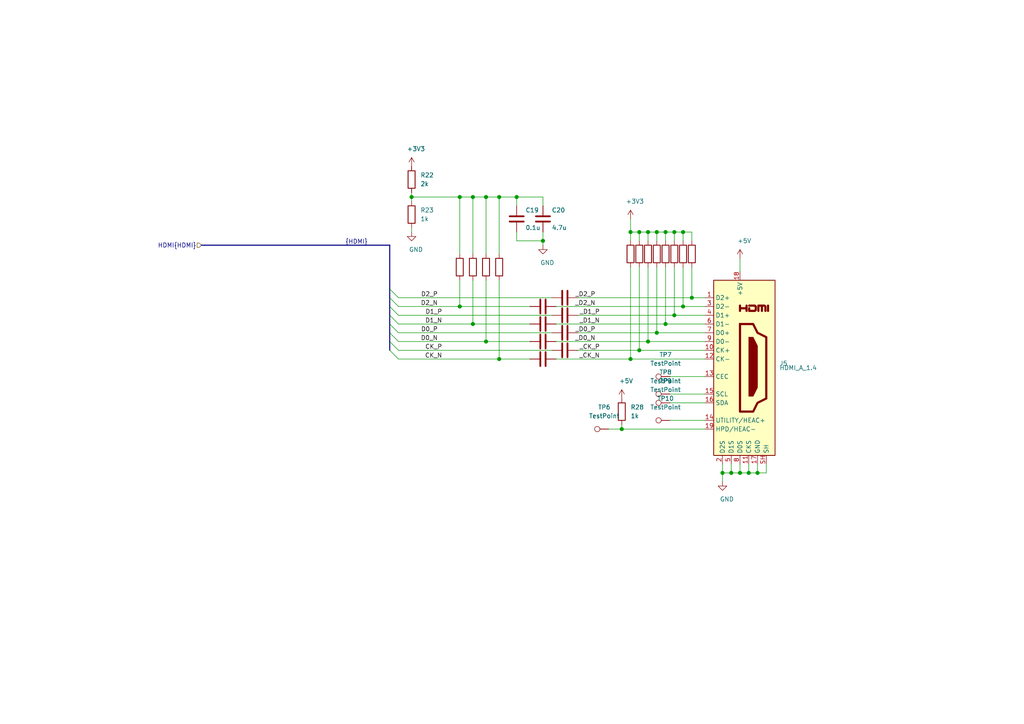
<source format=kicad_sch>
(kicad_sch (version 20201015) (generator eeschema)
  (page 0 5)
  (paper "A4")
  (title_block (title "VIP Base") (date "2020-10-31") (rev "r1.0") (company "GsD") (comment 1 "Design: @gregdavill"))
  (lib_symbols
    (symbol "Connector:HDMI_A_1.4"
      (property "Reference" "J" (at -6.35 26.67 0))
      (property "Value" "HDMI_A_1.4" (at 10.16 26.67 0))
      (symbol "HDMI_A_1.4_0_1"
        (rectangle (start -7.62 25.4) (end 10.16 -25.4) (stroke (width 0.254)) (fill (type background)))
        (polyline (pts (xy 2.54 8.89) (xy 3.81 8.89) (xy 5.08 6.35) (xy 5.08 -5.715) (xy 3.81 -8.255) (xy 2.54 -8.255) (xy 2.54 8.89)) (fill (type outline)))
        (polyline (pts (xy 5.334 16.51) (xy 5.334 18.034) (xy 6.35 18.034) (xy 6.35 16.51) (xy 6.35 18.034) (xy 7.112 18.034) (xy 7.366 17.78) (xy 7.366 16.51)) (stroke (width 0.635)))
        (polyline (pts (xy 0 12.7) (xy 0 -12.7) (xy 3.81 -12.7) (xy 5.08 -10.16) (xy 7.62 -8.89) (xy 7.62 8.89) (xy 5.08 10.16) (xy 3.81 12.7) (xy 0 12.7)) (stroke (width 0.635)))
      )
      (symbol "HDMI_A_1.4_0_0"
        (polyline (pts (xy 8.128 16.51) (xy 8.128 18.034)) (stroke (width 0.635)))
        (polyline (pts (xy 0 16.51) (xy 0 18.034) (xy 0 17.272) (xy 1.905 17.272) (xy 1.905 18.034) (xy 1.905 16.51)) (stroke (width 0.635)))
        (polyline (pts (xy 2.667 18.034) (xy 4.318 18.034) (xy 4.572 17.78) (xy 4.572 16.764) (xy 4.318 16.51) (xy 2.667 16.51) (xy 2.667 17.272)) (stroke (width 0.635)))
      )
      (symbol "HDMI_A_1.4_1_1"
        (pin passive line (at -10.16 20.32 0) (length 2.54) (name "D2+") (number "1"))
        (pin passive line (at -10.16 5.08 0) (length 2.54) (name "CK+") (number "10"))
        (pin power_in line (at 2.54 -27.94 90) (length 2.54) (name "CKS") (number "11"))
        (pin passive line (at -10.16 2.54 0) (length 2.54) (name "CK-") (number "12"))
        (pin bidirectional line (at -10.16 -2.54 0) (length 2.54) (name "CEC") (number "13"))
        (pin passive line (at -10.16 -15.24 0) (length 2.54) (name "UTILITY/HEAC+") (number "14"))
        (pin passive line (at -10.16 -7.62 0) (length 2.54) (name "SCL") (number "15"))
        (pin bidirectional line (at -10.16 -10.16 0) (length 2.54) (name "SDA") (number "16"))
        (pin power_in line (at 5.08 -27.94 90) (length 2.54) (name "GND") (number "17"))
        (pin power_in line (at 0 27.94 270) (length 2.54) (name "+5V") (number "18"))
        (pin passive line (at -10.16 -17.78 0) (length 2.54) (name "HPD/HEAC-") (number "19"))
        (pin power_in line (at -5.08 -27.94 90) (length 2.54) (name "D2S") (number "2"))
        (pin passive line (at -10.16 17.78 0) (length 2.54) (name "D2-") (number "3"))
        (pin passive line (at -10.16 15.24 0) (length 2.54) (name "D1+") (number "4"))
        (pin power_in line (at -2.54 -27.94 90) (length 2.54) (name "D1S") (number "5"))
        (pin passive line (at -10.16 12.7 0) (length 2.54) (name "D1-") (number "6"))
        (pin passive line (at -10.16 10.16 0) (length 2.54) (name "D0+") (number "7"))
        (pin power_in line (at 0 -27.94 90) (length 2.54) (name "D0S") (number "8"))
        (pin passive line (at -10.16 7.62 0) (length 2.54) (name "D0-") (number "9"))
        (pin passive line (at 7.62 -27.94 90) (length 2.54) (name "SH") (number "SH"))
      )
    )
    (symbol "Connector:TestPoint" (pin_numbers hide) (pin_names (offset 0.762) hide)
      (property "Reference" "TP" (at 0 6.858 0))
      (property "Value" "TestPoint" (at 0 5.08 0))
      (symbol "TestPoint_0_1"
        (circle (center 0 3.302) (radius 0.762))
      )
      (symbol "TestPoint_1_1"
        (pin passive line (at 0 0 90) (length 2.54) (name "1") (number "1"))
      )
    )
    (symbol "Device:C" (pin_numbers hide) (pin_names (offset 0.254))
      (property "Reference" "C" (at 0.635 2.54 0))
      (property "Value" "C" (at 0.635 -2.54 0))
      (symbol "C_0_1"
        (polyline (pts (xy -2.032 -0.762) (xy 2.032 -0.762)) (stroke (width 0.508)))
        (polyline (pts (xy -2.032 0.762) (xy 2.032 0.762)) (stroke (width 0.508)))
      )
      (symbol "C_1_1"
        (pin passive line (at 0 3.81 270) (length 2.794) (name "~") (number "1"))
        (pin passive line (at 0 -3.81 90) (length 2.794) (name "~") (number "2"))
      )
    )
    (symbol "Device:R" (pin_numbers hide) (pin_names (offset 0))
      (property "Reference" "R" (at 2.032 0 90))
      (property "Value" "R" (at 0 0 90))
      (symbol "R_0_1"
        (rectangle (start -1.016 -2.54) (end 1.016 2.54) (stroke (width 0.254)))
      )
      (symbol "R_1_1"
        (pin passive line (at 0 3.81 270) (length 1.27) (name "~") (number "1"))
        (pin passive line (at 0 -3.81 90) (length 1.27) (name "~") (number "2"))
      )
    )
    (symbol "power:+3V3" (power) (pin_names (offset 0))
      (property "Value" "+3V3" (at 0 3.556 0))
      (symbol "+3V3_0_1"
        (polyline (pts (xy -0.762 1.27) (xy 0 2.54)))
        (polyline (pts (xy 0 0) (xy 0 2.54)))
        (polyline (pts (xy 0 2.54) (xy 0.762 1.27)))
      )
      (symbol "+3V3_1_1"
        (pin power_in line (at 0 0 90) (length 0) hide (name "+3V3") (number "1"))
      )
    )
    (symbol "power:+5V" (power) (pin_names (offset 0))
      (property "Value" "+5V" (at 0 3.556 0))
      (symbol "+5V_0_1"
        (polyline (pts (xy -0.762 1.27) (xy 0 2.54)))
        (polyline (pts (xy 0 0) (xy 0 2.54)))
        (polyline (pts (xy 0 2.54) (xy 0.762 1.27)))
      )
      (symbol "+5V_1_1"
        (pin power_in line (at 0 0 90) (length 0) hide (name "+5V") (number "1"))
      )
    )
    (symbol "power:GND" (power) (pin_names (offset 0))
      (property "Value" "GND" (at 0 -3.81 0))
      (symbol "GND_0_1"
        (polyline (pts (xy 0 0) (xy 0 -1.27) (xy 1.27 -1.27) (xy 0 -2.54) (xy -1.27 -1.27) (xy 0 -1.27)))
      )
      (symbol "GND_1_1"
        (pin power_in line (at 0 0 270) (length 0) hide (name "GND") (number "1"))
      )
    )
  )
  (junction (at 119.38 57.15) (diameter 1.016))
  (junction (at 133.35 57.15) (diameter 1.016))
  (junction (at 133.35 88.9) (diameter 1.016))
  (junction (at 137.16 57.15) (diameter 1.016))
  (junction (at 137.16 93.98) (diameter 1.016))
  (junction (at 140.97 57.15) (diameter 1.016))
  (junction (at 140.97 99.06) (diameter 1.016))
  (junction (at 144.78 57.15) (diameter 1.016))
  (junction (at 144.78 104.14) (diameter 1.016))
  (junction (at 149.86 57.15) (diameter 1.016))
  (junction (at 157.48 69.85) (diameter 1.016))
  (junction (at 180.34 124.46) (diameter 1.016))
  (junction (at 182.88 67.31) (diameter 1.016))
  (junction (at 182.88 104.14) (diameter 1.016))
  (junction (at 185.42 67.31) (diameter 1.016))
  (junction (at 185.42 101.6) (diameter 1.016))
  (junction (at 187.96 67.31) (diameter 1.016))
  (junction (at 187.96 99.06) (diameter 1.016))
  (junction (at 190.5 67.31) (diameter 1.016))
  (junction (at 190.5 96.52) (diameter 1.016))
  (junction (at 193.04 67.31) (diameter 1.016))
  (junction (at 193.04 93.98) (diameter 1.016))
  (junction (at 195.58 67.31) (diameter 1.016))
  (junction (at 195.58 91.44) (diameter 1.016))
  (junction (at 198.12 67.31) (diameter 1.016))
  (junction (at 198.12 88.9) (diameter 1.016))
  (junction (at 200.66 86.36) (diameter 1.016))
  (junction (at 209.55 137.16) (diameter 1.016))
  (junction (at 212.09 137.16) (diameter 1.016))
  (junction (at 214.63 137.16) (diameter 1.016))
  (junction (at 217.17 137.16) (diameter 1.016))
  (junction (at 219.71 137.16) (diameter 1.016))
  (bus_entry (at 113.03 83.82) (size 2.54 2.54) (stroke (width 0.1524)))
  (bus_entry (at 113.03 86.36) (size 2.54 2.54) (stroke (width 0.1524)))
  (bus_entry (at 113.03 88.9) (size 2.54 2.54) (stroke (width 0.1524)))
  (bus_entry (at 113.03 91.44) (size 2.54 2.54) (stroke (width 0.1524)))
  (bus_entry (at 113.03 93.98) (size 2.54 2.54) (stroke (width 0.1524)))
  (bus_entry (at 113.03 96.52) (size 2.54 2.54) (stroke (width 0.1524)))
  (bus_entry (at 113.03 99.06) (size 2.54 2.54) (stroke (width 0.1524)))
  (bus_entry (at 113.03 101.6) (size 2.54 2.54) (stroke (width 0.1524)))
  (wire (pts (xy 115.57 86.36) (xy 160.02 86.36)))
  (wire (pts (xy 115.57 88.9) (xy 133.35 88.9)))
  (wire (pts (xy 115.57 91.44) (xy 160.02 91.44)))
  (wire (pts (xy 115.57 93.98) (xy 137.16 93.98)))
  (wire (pts (xy 115.57 96.52) (xy 160.02 96.52)))
  (wire (pts (xy 115.57 99.06) (xy 140.97 99.06)))
  (wire (pts (xy 115.57 101.6) (xy 160.02 101.6)))
  (wire (pts (xy 115.57 104.14) (xy 144.78 104.14)))
  (wire (pts (xy 119.38 55.88) (xy 119.38 57.15)))
  (wire (pts (xy 119.38 57.15) (xy 119.38 58.42)))
  (wire (pts (xy 119.38 66.04) (xy 119.38 67.31)))
  (wire (pts (xy 133.35 57.15) (xy 119.38 57.15)))
  (wire (pts (xy 133.35 73.66) (xy 133.35 57.15)))
  (wire (pts (xy 133.35 81.28) (xy 133.35 88.9)))
  (wire (pts (xy 133.35 88.9) (xy 153.67 88.9)))
  (wire (pts (xy 137.16 57.15) (xy 133.35 57.15)))
  (wire (pts (xy 137.16 73.66) (xy 137.16 57.15)))
  (wire (pts (xy 137.16 81.28) (xy 137.16 93.98)))
  (wire (pts (xy 137.16 93.98) (xy 153.67 93.98)))
  (wire (pts (xy 140.97 57.15) (xy 137.16 57.15)))
  (wire (pts (xy 140.97 73.66) (xy 140.97 57.15)))
  (wire (pts (xy 140.97 81.28) (xy 140.97 99.06)))
  (wire (pts (xy 140.97 99.06) (xy 153.67 99.06)))
  (wire (pts (xy 144.78 57.15) (xy 140.97 57.15)))
  (wire (pts (xy 144.78 73.66) (xy 144.78 57.15)))
  (wire (pts (xy 144.78 81.28) (xy 144.78 104.14)))
  (wire (pts (xy 144.78 104.14) (xy 153.67 104.14)))
  (wire (pts (xy 149.86 57.15) (xy 144.78 57.15)))
  (wire (pts (xy 149.86 57.15) (xy 149.86 59.69)))
  (wire (pts (xy 149.86 67.31) (xy 149.86 69.85)))
  (wire (pts (xy 149.86 69.85) (xy 157.48 69.85)))
  (wire (pts (xy 157.48 57.15) (xy 149.86 57.15)))
  (wire (pts (xy 157.48 59.69) (xy 157.48 57.15)))
  (wire (pts (xy 157.48 67.31) (xy 157.48 69.85)))
  (wire (pts (xy 157.48 69.85) (xy 157.48 71.12)))
  (wire (pts (xy 161.29 88.9) (xy 198.12 88.9)))
  (wire (pts (xy 161.29 93.98) (xy 193.04 93.98)))
  (wire (pts (xy 161.29 99.06) (xy 187.96 99.06)))
  (wire (pts (xy 161.29 104.14) (xy 182.88 104.14)))
  (wire (pts (xy 167.64 86.36) (xy 200.66 86.36)))
  (wire (pts (xy 167.64 91.44) (xy 195.58 91.44)))
  (wire (pts (xy 167.64 96.52) (xy 190.5 96.52)))
  (wire (pts (xy 167.64 101.6) (xy 185.42 101.6)))
  (wire (pts (xy 176.53 124.46) (xy 180.34 124.46)))
  (wire (pts (xy 180.34 123.19) (xy 180.34 124.46)))
  (wire (pts (xy 180.34 124.46) (xy 204.47 124.46)))
  (wire (pts (xy 182.88 63.5) (xy 182.88 67.31)))
  (wire (pts (xy 182.88 67.31) (xy 182.88 69.85)))
  (wire (pts (xy 182.88 104.14) (xy 182.88 77.47)))
  (wire (pts (xy 185.42 67.31) (xy 182.88 67.31)))
  (wire (pts (xy 185.42 69.85) (xy 185.42 67.31)))
  (wire (pts (xy 185.42 77.47) (xy 185.42 101.6)))
  (wire (pts (xy 185.42 101.6) (xy 204.47 101.6)))
  (wire (pts (xy 187.96 67.31) (xy 185.42 67.31)))
  (wire (pts (xy 187.96 69.85) (xy 187.96 67.31)))
  (wire (pts (xy 187.96 99.06) (xy 187.96 77.47)))
  (wire (pts (xy 190.5 67.31) (xy 187.96 67.31)))
  (wire (pts (xy 190.5 69.85) (xy 190.5 67.31)))
  (wire (pts (xy 190.5 77.47) (xy 190.5 96.52)))
  (wire (pts (xy 190.5 96.52) (xy 204.47 96.52)))
  (wire (pts (xy 193.04 67.31) (xy 190.5 67.31)))
  (wire (pts (xy 193.04 69.85) (xy 193.04 67.31)))
  (wire (pts (xy 193.04 93.98) (xy 193.04 77.47)))
  (wire (pts (xy 194.31 109.22) (xy 204.47 109.22)))
  (wire (pts (xy 194.31 114.3) (xy 204.47 114.3)))
  (wire (pts (xy 194.31 116.84) (xy 204.47 116.84)))
  (wire (pts (xy 194.31 121.92) (xy 204.47 121.92)))
  (wire (pts (xy 195.58 67.31) (xy 193.04 67.31)))
  (wire (pts (xy 195.58 69.85) (xy 195.58 67.31)))
  (wire (pts (xy 195.58 77.47) (xy 195.58 91.44)))
  (wire (pts (xy 195.58 91.44) (xy 204.47 91.44)))
  (wire (pts (xy 198.12 67.31) (xy 195.58 67.31)))
  (wire (pts (xy 198.12 69.85) (xy 198.12 67.31)))
  (wire (pts (xy 198.12 88.9) (xy 198.12 77.47)))
  (wire (pts (xy 200.66 67.31) (xy 198.12 67.31)))
  (wire (pts (xy 200.66 69.85) (xy 200.66 67.31)))
  (wire (pts (xy 200.66 77.47) (xy 200.66 86.36)))
  (wire (pts (xy 200.66 86.36) (xy 204.47 86.36)))
  (wire (pts (xy 204.47 88.9) (xy 198.12 88.9)))
  (wire (pts (xy 204.47 93.98) (xy 193.04 93.98)))
  (wire (pts (xy 204.47 99.06) (xy 187.96 99.06)))
  (wire (pts (xy 204.47 104.14) (xy 182.88 104.14)))
  (wire (pts (xy 209.55 134.62) (xy 209.55 137.16)))
  (wire (pts (xy 209.55 137.16) (xy 209.55 139.7)))
  (wire (pts (xy 212.09 134.62) (xy 212.09 137.16)))
  (wire (pts (xy 212.09 137.16) (xy 209.55 137.16)))
  (wire (pts (xy 214.63 74.93) (xy 214.63 78.74)))
  (wire (pts (xy 214.63 134.62) (xy 214.63 137.16)))
  (wire (pts (xy 214.63 137.16) (xy 212.09 137.16)))
  (wire (pts (xy 217.17 134.62) (xy 217.17 137.16)))
  (wire (pts (xy 217.17 137.16) (xy 214.63 137.16)))
  (wire (pts (xy 217.17 137.16) (xy 219.71 137.16)))
  (wire (pts (xy 219.71 134.62) (xy 219.71 137.16)))
  (wire (pts (xy 219.71 137.16) (xy 222.25 137.16)))
  (wire (pts (xy 222.25 137.16) (xy 222.25 134.62)))
  (bus (pts (xy 58.42 71.12) (xy 113.03 71.12)))
  (bus (pts (xy 113.03 71.12) (xy 113.03 83.82)))
  (bus (pts (xy 113.03 83.82) (xy 113.03 86.36)))
  (bus (pts (xy 113.03 86.36) (xy 113.03 88.9)))
  (bus (pts (xy 113.03 88.9) (xy 113.03 91.44)))
  (bus (pts (xy 113.03 91.44) (xy 113.03 93.98)))
  (bus (pts (xy 113.03 93.98) (xy 113.03 96.52)))
  (bus (pts (xy 113.03 96.52) (xy 113.03 99.06)))
  (bus (pts (xy 113.03 99.06) (xy 113.03 101.6)))
  (label "{HDMI}" (at 106.68 71.12 180))
  (label "D2_P" (at 127 86.36 180))
  (label "D2_N" (at 127 88.9 180))
  (label "D0_P" (at 127 96.52 180))
  (label "D0_N" (at 127 99.06 180))
  (label "D1_P" (at 128.27 91.44 180))
  (label "D1_N" (at 128.27 93.98 180))
  (label "CK_P" (at 128.27 101.6 180))
  (label "CK_N" (at 128.27 104.14 180))
  (label "_D2_P" (at 172.72 86.36 180))
  (label "_D2_N" (at 172.72 88.9 180))
  (label "_D0_P" (at 172.72 96.52 180))
  (label "_D0_N" (at 172.72 99.06 180))
  (label "_D1_P" (at 173.99 91.44 180))
  (label "_D1_N" (at 173.99 93.98 180))
  (label "_CK_P" (at 173.99 101.6 180))
  (label "_CK_N" (at 173.99 104.14 180))
  (hierarchical_label "HDMI{HDMI}" (shape input) (at 58.42 71.12 180))
  (symbol (lib_id "Connector:TestPoint") (at 176.53 124.46 90)
    (property "Reference" "TP6" (at 175.26 118.11 90))
    (property "Value" "TestPoint" (at 175.26 120.65 90))
    (property "Footprint" "TestPoint:TestPoint_THTPad_D1.5mm_Drill0.7mm" (effects hide))
  )
  (symbol (lib_id "Connector:TestPoint") (at 194.31 109.22 90)
    (property "Reference" "TP7" (at 193.04 102.87 90))
    (property "Value" "TestPoint" (at 193.04 105.41 90))
    (property "Footprint" "TestPoint:TestPoint_THTPad_D1.5mm_Drill0.7mm" (effects hide))
  )
  (symbol (lib_id "Connector:TestPoint") (at 194.31 114.3 90)
    (property "Reference" "TP8" (at 193.04 107.95 90))
    (property "Value" "TestPoint" (at 193.04 110.49 90))
    (property "Footprint" "TestPoint:TestPoint_THTPad_D1.5mm_Drill0.7mm" (effects hide))
  )
  (symbol (lib_id "Connector:TestPoint") (at 194.31 116.84 90)
    (property "Reference" "TP9" (at 193.04 110.49 90))
    (property "Value" "TestPoint" (at 193.04 113.03 90))
    (property "Footprint" "TestPoint:TestPoint_THTPad_D1.5mm_Drill0.7mm" (effects hide))
  )
  (symbol (lib_id "Connector:TestPoint") (at 194.31 121.92 90)
    (property "Reference" "TP10" (at 193.04 115.57 90))
    (property "Value" "TestPoint" (at 193.04 118.11 90))
    (property "Footprint" "TestPoint:TestPoint_THTPad_D1.5mm_Drill0.7mm" (effects hide))
  )
  (symbol (lib_id "power:+3V3") (at 119.38 48.26 0)
    (property "Reference" "#PWR0126" (effects hide))
    (property "Value" "+3V3" (at 120.65 43.18 0))
  )
  (symbol (lib_id "power:+5V") (at 180.34 115.57 0)
    (property "Reference" "#PWR0122" (effects hide))
    (property "Value" "+5V" (at 181.61 110.49 0))
  )
  (symbol (lib_id "power:+3V3") (at 182.88 63.5 0)
    (property "Reference" "#PWR0125" (effects hide))
    (property "Value" "+3V3" (at 184.15 58.42 0))
  )
  (symbol (lib_id "power:+5V") (at 214.63 74.93 0)
    (property "Reference" "#PWR0121" (effects hide))
    (property "Value" "+5V" (at 215.9 69.85 0))
  )
  (symbol (lib_id "power:GND") (at 119.38 67.31 0)
    (property "Reference" "#PWR0127" (effects hide))
    (property "Value" "GND" (at 120.65 72.39 0))
  )
  (symbol (lib_id "power:GND") (at 157.48 71.12 0)
    (property "Reference" "#PWR0124" (effects hide))
    (property "Value" "GND" (at 158.75 76.2 0))
  )
  (symbol (lib_id "power:GND") (at 209.55 139.7 0)
    (property "Reference" "#PWR0123" (effects hide))
    (property "Value" "GND" (at 210.82 144.78 0))
  )
  (symbol (lib_id "Device:R") (at 119.38 52.07 0)
    (property "Reference" "R22" (at 121.92 50.8 0) (effects (justify left)))
    (property "Value" "2k" (at 121.92 53.34 0) (effects (justify left)))
    (property "Footprint" "Resistor_SMD:R_0402_1005Metric" (effects hide))
  )
  (symbol (lib_id "Device:R") (at 119.38 62.23 0)
    (property "Reference" "R23" (at 121.92 60.96 0) (effects (justify left)))
    (property "Value" "1k" (at 121.92 63.5 0) (effects (justify left)))
    (property "Footprint" "Resistor_SMD:R_0402_1005Metric" (effects hide))
  )
  (symbol (lib_id "Device:R") (at 133.35 77.47 0)
    (property "Reference" "R24" (effects hide))
    (property "Value" "47k" (effects hide))
    (property "Footprint" "Resistor_SMD:R_0402_1005Metric" (effects hide))
  )
  (symbol (lib_id "Device:R") (at 137.16 77.47 0)
    (property "Reference" "R25" (effects hide))
    (property "Value" "47k" (effects hide))
    (property "Footprint" "Resistor_SMD:R_0402_1005Metric" (effects hide))
  )
  (symbol (lib_id "Device:R") (at 140.97 77.47 0)
    (property "Reference" "R26" (effects hide))
    (property "Value" "47k" (effects hide))
    (property "Footprint" "Resistor_SMD:R_0402_1005Metric" (effects hide))
  )
  (symbol (lib_id "Device:R") (at 144.78 77.47 0)
    (property "Reference" "R27" (effects hide))
    (property "Value" "47k" (effects hide))
    (property "Footprint" "Resistor_SMD:R_0402_1005Metric" (effects hide))
  )
  (symbol (lib_id "Device:R") (at 180.34 119.38 0)
    (property "Reference" "R28" (at 182.88 118.11 0) (effects (justify left)))
    (property "Value" "1k" (at 182.88 120.65 0) (effects (justify left)))
    (property "Footprint" "Resistor_SMD:R_0402_1005Metric" (effects hide))
  )
  (symbol (lib_id "Device:R") (at 182.88 73.66 0)
    (property "Reference" "R29" (effects hide))
    (property "Value" "50R" (effects hide))
    (property "Footprint" "Resistor_SMD:R_0402_1005Metric" (effects hide))
  )
  (symbol (lib_id "Device:R") (at 185.42 73.66 0)
    (property "Reference" "R30" (effects hide))
    (property "Value" "50R" (effects hide))
    (property "Footprint" "Resistor_SMD:R_0402_1005Metric" (effects hide))
  )
  (symbol (lib_id "Device:R") (at 187.96 73.66 0)
    (property "Reference" "R31" (effects hide))
    (property "Value" "50R" (effects hide))
    (property "Footprint" "Resistor_SMD:R_0402_1005Metric" (effects hide))
  )
  (symbol (lib_id "Device:R") (at 190.5 73.66 0)
    (property "Reference" "R32" (effects hide))
    (property "Value" "50R" (effects hide))
    (property "Footprint" "Resistor_SMD:R_0402_1005Metric" (effects hide))
  )
  (symbol (lib_id "Device:R") (at 193.04 73.66 0)
    (property "Reference" "R33" (effects hide))
    (property "Value" "50R" (effects hide))
    (property "Footprint" "Resistor_SMD:R_0402_1005Metric" (effects hide))
  )
  (symbol (lib_id "Device:R") (at 195.58 73.66 0)
    (property "Reference" "R34" (effects hide))
    (property "Value" "50R" (effects hide))
    (property "Footprint" "Resistor_SMD:R_0402_1005Metric" (effects hide))
  )
  (symbol (lib_id "Device:R") (at 198.12 73.66 0)
    (property "Reference" "R35" (effects hide))
    (property "Value" "50R" (effects hide))
    (property "Footprint" "Resistor_SMD:R_0402_1005Metric" (effects hide))
  )
  (symbol (lib_id "Device:R") (at 200.66 73.66 0)
    (property "Reference" "R36" (effects hide))
    (property "Value" "50R" (effects hide))
    (property "Footprint" "Resistor_SMD:R_0402_1005Metric" (effects hide))
  )
  (symbol (lib_id "Device:C") (at 149.86 63.5 0)
    (property "Reference" "C19" (at 152.4 60.96 0) (effects (justify left)))
    (property "Value" "0.1u" (at 152.4 66.04 0) (effects (justify left)))
    (property "Footprint" "Capacitor_SMD:C_0402_1005Metric" (effects hide))
  )
  (symbol (lib_id "Device:C") (at 157.48 63.5 0)
    (property "Reference" "C20" (at 160.02 60.96 0) (effects (justify left)))
    (property "Value" "4.7u" (at 160.02 66.04 0) (effects (justify left)))
    (property "Footprint" "Capacitor_SMD:C_0402_1005Metric" (effects hide))
  )
  (symbol (lib_id "Device:C") (at 157.48 88.9 90)
    (property "Reference" "C21" (effects hide))
    (property "Value" "0.1u" (effects hide))
    (property "Footprint" "Capacitor_SMD:C_0402_1005Metric" (effects hide))
  )
  (symbol (lib_id "Device:C") (at 157.48 93.98 90)
    (property "Reference" "C22" (effects hide))
    (property "Value" "0.1u" (effects hide))
    (property "Footprint" "Capacitor_SMD:C_0402_1005Metric" (effects hide))
  )
  (symbol (lib_id "Device:C") (at 157.48 99.06 90)
    (property "Reference" "C23" (effects hide))
    (property "Value" "0.1u" (effects hide))
    (property "Footprint" "Capacitor_SMD:C_0402_1005Metric" (effects hide))
  )
  (symbol (lib_id "Device:C") (at 157.48 104.14 90)
    (property "Reference" "C24" (effects hide))
    (property "Value" "0.1u" (effects hide))
    (property "Footprint" "Capacitor_SMD:C_0402_1005Metric" (effects hide))
  )
  (symbol (lib_id "Device:C") (at 163.83 86.36 90)
    (property "Reference" "C25" (effects hide))
    (property "Value" "0.1u" (effects hide))
    (property "Footprint" "Capacitor_SMD:C_0402_1005Metric" (effects hide))
  )
  (symbol (lib_id "Device:C") (at 163.83 91.44 90)
    (property "Reference" "C26" (effects hide))
    (property "Value" "0.1u" (effects hide))
    (property "Footprint" "Capacitor_SMD:C_0402_1005Metric" (effects hide))
  )
  (symbol (lib_id "Device:C") (at 163.83 96.52 90)
    (property "Reference" "C27" (effects hide))
    (property "Value" "0.1u" (effects hide))
    (property "Footprint" "Capacitor_SMD:C_0402_1005Metric" (effects hide))
  )
  (symbol (lib_id "Device:C") (at 163.83 101.6 90)
    (property "Reference" "C28" (effects hide))
    (property "Value" "0.1u" (effects hide))
    (property "Footprint" "Capacitor_SMD:C_0402_1005Metric" (effects hide))
  )
  (symbol (lib_id "Connector:HDMI_A_1.4") (at 214.63 106.68 0)
    (property "Reference" "J5" (at 226.06 105.41 0) (effects (justify left)))
    (property "Value" "HDMI_A_1.4" (at 226.06 106.68 0) (effects (justify left)))
    (property "Footprint" "vip-base:HDMI-10029449-111RLF" (effects hide))
    (property "Datasheet" "https://en.wikipedia.org/wiki/HDMI" (effects hide))
  )
)
</source>
